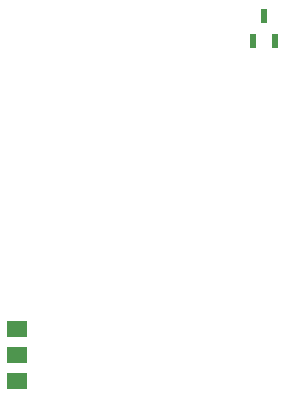
<source format=gbr>
%TF.GenerationSoftware,KiCad,Pcbnew,(6.0.9)*%
%TF.CreationDate,2023-01-30T22:20:02+01:00*%
%TF.ProjectId,P_ytka_pcb,50427974-6b61-45f7-9063-622e6b696361,rev?*%
%TF.SameCoordinates,Original*%
%TF.FileFunction,Paste,Top*%
%TF.FilePolarity,Positive*%
%FSLAX46Y46*%
G04 Gerber Fmt 4.6, Leading zero omitted, Abs format (unit mm)*
G04 Created by KiCad (PCBNEW (6.0.9)) date 2023-01-30 22:20:02*
%MOMM*%
%LPD*%
G01*
G04 APERTURE LIST*
G04 Aperture macros list*
%AMRoundRect*
0 Rectangle with rounded corners*
0 $1 Rounding radius*
0 $2 $3 $4 $5 $6 $7 $8 $9 X,Y pos of 4 corners*
0 Add a 4 corners polygon primitive as box body*
4,1,4,$2,$3,$4,$5,$6,$7,$8,$9,$2,$3,0*
0 Add four circle primitives for the rounded corners*
1,1,$1+$1,$2,$3*
1,1,$1+$1,$4,$5*
1,1,$1+$1,$6,$7*
1,1,$1+$1,$8,$9*
0 Add four rect primitives between the rounded corners*
20,1,$1+$1,$2,$3,$4,$5,0*
20,1,$1+$1,$4,$5,$6,$7,0*
20,1,$1+$1,$6,$7,$8,$9,0*
20,1,$1+$1,$8,$9,$2,$3,0*%
G04 Aperture macros list end*
%ADD10R,1.700000X1.400000*%
%ADD11RoundRect,0.088500X0.206500X-0.526500X0.206500X0.526500X-0.206500X0.526500X-0.206500X-0.526500X0*%
G04 APERTURE END LIST*
D10*
%TO.C,J3*%
X143916400Y-105415800D03*
X143916400Y-103215800D03*
X143916400Y-101015800D03*
%TD*%
D11*
%TO.C,Q1*%
X163896000Y-76625000D03*
X165796000Y-76625000D03*
X164846000Y-74505000D03*
%TD*%
M02*

</source>
